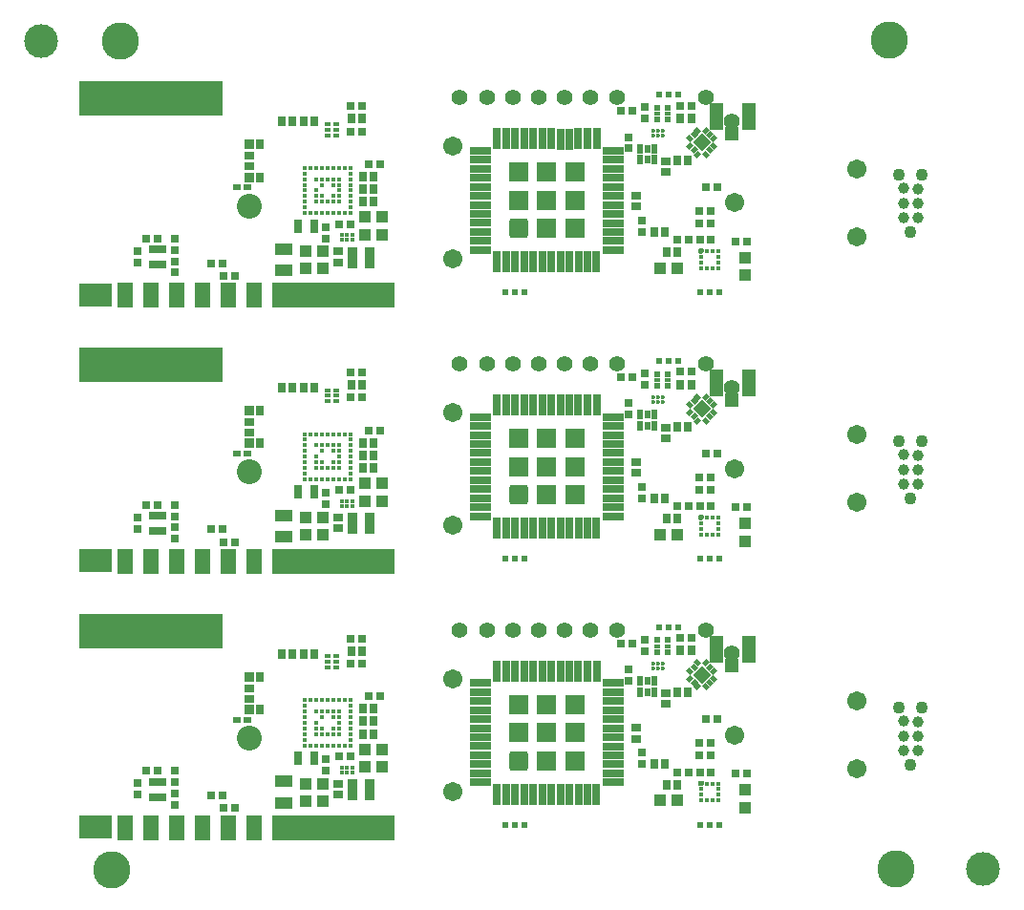
<source format=gbs>
G04*
G04 #@! TF.GenerationSoftware,Altium Limited,Altium Designer,19.1.8 (144)*
G04*
G04 Layer_Color=16711935*
%FSAX25Y25*%
%MOIN*%
G70*
G01*
G75*
%ADD35C,0.01575*%
%ADD73R,0.01968X0.01575*%
%ADD82C,0.11811*%
%ADD83R,0.02769X0.03162*%
%ADD84R,0.03320X0.03162*%
%ADD88R,0.03950X0.03950*%
%ADD92R,0.03162X0.02769*%
%ADD95R,0.03162X0.03320*%
%ADD96R,0.05918X0.04343*%
%ADD97C,0.13005*%
%ADD98C,0.02375*%
%ADD99C,0.05524*%
%ADD100C,0.04343*%
%ADD101C,0.06706*%
%ADD103R,0.11575X0.08228*%
%ADD104R,0.50268X0.12362*%
%ADD105R,0.03162X0.03753*%
G04:AMPARAMS|DCode=106|XSize=15.75mil|YSize=22.64mil|CornerRadius=0mil|HoleSize=0mil|Usage=FLASHONLY|Rotation=45.000|XOffset=0mil|YOffset=0mil|HoleType=Round|Shape=Rectangle|*
%AMROTATEDRECTD106*
4,1,4,0.00244,-0.01357,-0.01357,0.00244,-0.00244,0.01357,0.01357,-0.00244,0.00244,-0.01357,0.0*
%
%ADD106ROTATEDRECTD106*%

G04:AMPARAMS|DCode=107|XSize=15.75mil|YSize=22.64mil|CornerRadius=0mil|HoleSize=0mil|Usage=FLASHONLY|Rotation=315.000|XOffset=0mil|YOffset=0mil|HoleType=Round|Shape=Rectangle|*
%AMROTATEDRECTD107*
4,1,4,-0.01357,-0.00244,0.00244,0.01357,0.01357,0.00244,-0.00244,-0.01357,-0.01357,-0.00244,0.0*
%
%ADD107ROTATEDRECTD107*%

%ADD108P,0.06403X4X180.0*%
%ADD109R,0.02362X0.03347*%
%ADD110R,0.01981X0.02769*%
%ADD111R,0.02362X0.03197*%
%ADD112R,0.01890X0.02284*%
%ADD113C,0.03910*%
%ADD114C,0.01417*%
%ADD115R,0.06706X0.06706*%
G04:AMPARAMS|DCode=116|XSize=67.06mil|YSize=67.06mil|CornerRadius=9.91mil|HoleSize=0mil|Usage=FLASHONLY|Rotation=360.000|XOffset=0mil|YOffset=0mil|HoleType=Round|Shape=RoundedRectangle|*
%AMROUNDEDRECTD116*
21,1,0.06706,0.04724,0,0,360.0*
21,1,0.04724,0.06706,0,0,360.0*
1,1,0.01981,0.02362,-0.02362*
1,1,0.01981,-0.02362,-0.02362*
1,1,0.01981,-0.02362,0.02362*
1,1,0.01981,0.02362,0.02362*
%
%ADD116ROUNDEDRECTD116*%
%ADD117R,0.02769X0.07493*%
%ADD118R,0.07493X0.02769*%
%ADD119R,0.01772X0.01772*%
%ADD120R,0.01772X0.01772*%
%ADD121R,0.03241X0.03044*%
%ADD122R,0.04737X0.04737*%
%ADD123R,0.04737X0.09461*%
%ADD124R,0.04934X0.09461*%
%ADD125R,0.03950X0.03950*%
%ADD126R,0.42926X0.08674*%
%ADD127R,0.05524X0.08674*%
%ADD128R,0.03162X0.05131*%
%ADD129R,0.02165X0.01772*%
%ADD130R,0.01981X0.02572*%
%ADD131R,0.03556X0.07493*%
%ADD132R,0.03603X0.03044*%
%ADD133R,0.03044X0.03603*%
%ADD134R,0.02769X0.02375*%
%ADD135R,0.03603X0.03320*%
%ADD136R,0.03162X0.03603*%
%ADD137C,0.08674*%
G36*
X0356937Y0329847D02*
X0356962Y0329846D01*
X0356962Y0329846D01*
X0356962D01*
X0356987Y0329841D01*
X0357013Y0329836D01*
X0357013Y0329836D01*
X0357013Y0329836D01*
X0357032Y0329829D01*
X0357063Y0329819D01*
X0357063Y0329819D01*
X0357063Y0329819D01*
X0357084Y0329808D01*
X0357110Y0329796D01*
X0357110Y0329796D01*
X0357110Y0329796D01*
X0357127Y0329784D01*
X0357153Y0329766D01*
X0357153Y0329766D01*
X0357153Y0329766D01*
X0357165Y0329756D01*
X0357193Y0329732D01*
X0357193Y0329732D01*
X0357193Y0329732D01*
X0357217Y0329704D01*
X0357227Y0329692D01*
X0357227Y0329692D01*
X0357227Y0329692D01*
X0357245Y0329666D01*
X0357257Y0329649D01*
X0357257Y0329649D01*
X0357257Y0329649D01*
X0357269Y0329623D01*
X0357280Y0329602D01*
X0357280Y0329602D01*
X0357280Y0329602D01*
X0357290Y0329571D01*
X0357296Y0329552D01*
X0357296Y0329552D01*
X0357297Y0329552D01*
X0357302Y0329526D01*
X0357307Y0329501D01*
Y0329501D01*
X0357307Y0329501D01*
X0357308Y0329476D01*
X0357310Y0329448D01*
X0357310Y0328710D01*
Y0328710D01*
Y0328710D01*
X0357309Y0328683D01*
X0357307Y0328658D01*
X0357307Y0328658D01*
Y0328658D01*
X0357302Y0328633D01*
X0357297Y0328607D01*
X0357297Y0328607D01*
X0357297Y0328607D01*
X0357287Y0328578D01*
X0357280Y0328557D01*
X0357280Y0328557D01*
X0357280Y0328557D01*
X0357265Y0328527D01*
X0357257Y0328510D01*
X0357257Y0328510D01*
X0357257Y0328510D01*
X0357245Y0328492D01*
X0357228Y0328466D01*
X0357227Y0328466D01*
X0357227Y0328466D01*
X0357217Y0328454D01*
X0357193Y0328427D01*
X0357193Y0328427D01*
X0357193Y0328427D01*
X0356848Y0328082D01*
X0356848Y0328082D01*
X0356848Y0328082D01*
X0356809Y0328048D01*
X0356780Y0328028D01*
X0356765Y0328018D01*
X0356765Y0328018D01*
X0356764Y0328018D01*
X0356718Y0327995D01*
X0356716Y0327994D01*
X0356669Y0327978D01*
X0356638Y0327972D01*
X0356617Y0327968D01*
X0356565Y0327965D01*
X0356565D01*
X0355925Y0327965D01*
X0355873Y0327968D01*
X0355852Y0327972D01*
X0355821Y0327978D01*
X0355772Y0327995D01*
X0355725Y0328018D01*
X0355725Y0328018D01*
X0355710Y0328028D01*
X0355681Y0328048D01*
X0355642Y0328082D01*
X0355642Y0328082D01*
X0355642Y0328082D01*
X0355607Y0328122D01*
X0355588Y0328151D01*
X0355578Y0328165D01*
X0355578Y0328165D01*
X0355555Y0328212D01*
X0355538Y0328262D01*
X0355532Y0328293D01*
X0355528Y0328313D01*
X0355524Y0328366D01*
Y0329448D01*
X0355528Y0329501D01*
X0355538Y0329552D01*
X0355555Y0329602D01*
X0355578Y0329649D01*
X0355607Y0329692D01*
X0355642Y0329732D01*
X0355681Y0329766D01*
X0355725Y0329796D01*
X0355772Y0329819D01*
X0355821Y0329836D01*
X0355873Y0329846D01*
X0355925Y0329849D01*
X0356909D01*
X0356937Y0329847D01*
D02*
G37*
G36*
Y0236934D02*
X0356962Y0236932D01*
X0356962Y0236932D01*
X0356962D01*
X0356987Y0236927D01*
X0357013Y0236922D01*
X0357013Y0236922D01*
X0357013Y0236922D01*
X0357032Y0236916D01*
X0357063Y0236905D01*
X0357063Y0236905D01*
X0357063Y0236905D01*
X0357084Y0236895D01*
X0357110Y0236882D01*
X0357110Y0236882D01*
X0357110Y0236882D01*
X0357127Y0236870D01*
X0357153Y0236853D01*
X0357153Y0236853D01*
X0357153Y0236853D01*
X0357165Y0236843D01*
X0357193Y0236818D01*
X0357193Y0236818D01*
X0357193Y0236818D01*
X0357217Y0236791D01*
X0357227Y0236779D01*
X0357227Y0236779D01*
X0357227Y0236779D01*
X0357245Y0236753D01*
X0357257Y0236735D01*
X0357257Y0236735D01*
X0357257Y0236735D01*
X0357269Y0236710D01*
X0357280Y0236688D01*
X0357280Y0236688D01*
X0357280Y0236688D01*
X0357290Y0236657D01*
X0357296Y0236639D01*
X0357296Y0236639D01*
X0357297Y0236639D01*
X0357302Y0236613D01*
X0357307Y0236587D01*
Y0236587D01*
X0357307Y0236587D01*
X0357308Y0236562D01*
X0357310Y0236535D01*
X0357310Y0235797D01*
Y0235797D01*
Y0235797D01*
X0357309Y0235770D01*
X0357307Y0235745D01*
X0357307Y0235745D01*
Y0235745D01*
X0357302Y0235719D01*
X0357297Y0235693D01*
X0357297Y0235693D01*
X0357297Y0235693D01*
X0357287Y0235665D01*
X0357280Y0235644D01*
X0357280Y0235644D01*
X0357280Y0235643D01*
X0357265Y0235614D01*
X0357257Y0235596D01*
X0357257Y0235596D01*
X0357257Y0235596D01*
X0357245Y0235579D01*
X0357228Y0235553D01*
X0357227Y0235553D01*
X0357227Y0235553D01*
X0357217Y0235541D01*
X0357193Y0235513D01*
X0357193Y0235513D01*
X0357193Y0235513D01*
X0356848Y0235169D01*
X0356848Y0235169D01*
X0356848Y0235169D01*
X0356809Y0235134D01*
X0356780Y0235115D01*
X0356765Y0235105D01*
X0356765Y0235105D01*
X0356764Y0235104D01*
X0356718Y0235082D01*
X0356716Y0235081D01*
X0356669Y0235065D01*
X0356638Y0235059D01*
X0356617Y0235055D01*
X0356565Y0235051D01*
X0356565D01*
X0355925Y0235051D01*
X0355873Y0235055D01*
X0355852Y0235059D01*
X0355821Y0235065D01*
X0355772Y0235082D01*
X0355725Y0235105D01*
X0355725Y0235105D01*
X0355710Y0235115D01*
X0355681Y0235134D01*
X0355642Y0235169D01*
X0355642Y0235169D01*
X0355642Y0235169D01*
X0355607Y0235208D01*
X0355588Y0235237D01*
X0355578Y0235252D01*
X0355578Y0235252D01*
X0355555Y0235299D01*
X0355538Y0235349D01*
X0355532Y0235380D01*
X0355528Y0235400D01*
X0355524Y0235452D01*
Y0236535D01*
X0355528Y0236587D01*
X0355538Y0236639D01*
X0355555Y0236688D01*
X0355578Y0236735D01*
X0355607Y0236779D01*
X0355642Y0236818D01*
X0355681Y0236853D01*
X0355725Y0236882D01*
X0355772Y0236905D01*
X0355821Y0236922D01*
X0355873Y0236932D01*
X0355925Y0236936D01*
X0356909D01*
X0356937Y0236934D01*
D02*
G37*
G36*
Y0144021D02*
X0356962Y0144019D01*
X0356962Y0144019D01*
X0356962D01*
X0356987Y0144014D01*
X0357013Y0144009D01*
X0357013Y0144009D01*
X0357013Y0144009D01*
X0357032Y0144002D01*
X0357063Y0143992D01*
X0357063Y0143992D01*
X0357063Y0143992D01*
X0357084Y0143981D01*
X0357110Y0143969D01*
X0357110Y0143969D01*
X0357110Y0143969D01*
X0357127Y0143957D01*
X0357153Y0143940D01*
X0357153Y0143939D01*
X0357153Y0143939D01*
X0357165Y0143929D01*
X0357193Y0143905D01*
X0357193Y0143905D01*
X0357193Y0143905D01*
X0357217Y0143877D01*
X0357227Y0143866D01*
X0357227Y0143866D01*
X0357227Y0143866D01*
X0357245Y0143840D01*
X0357257Y0143822D01*
X0357257Y0143822D01*
X0357257Y0143822D01*
X0357269Y0143796D01*
X0357280Y0143775D01*
X0357280Y0143775D01*
X0357280Y0143775D01*
X0357290Y0143744D01*
X0357296Y0143725D01*
X0357296Y0143725D01*
X0357297Y0143725D01*
X0357302Y0143699D01*
X0357307Y0143674D01*
Y0143674D01*
X0357307Y0143674D01*
X0357308Y0143649D01*
X0357310Y0143622D01*
X0357310Y0142884D01*
Y0142884D01*
Y0142883D01*
X0357309Y0142856D01*
X0357307Y0142831D01*
X0357307Y0142831D01*
Y0142831D01*
X0357302Y0142806D01*
X0357297Y0142780D01*
X0357297Y0142780D01*
X0357297Y0142780D01*
X0357287Y0142752D01*
X0357280Y0142730D01*
X0357280Y0142730D01*
X0357280Y0142730D01*
X0357265Y0142700D01*
X0357257Y0142683D01*
X0357257Y0142683D01*
X0357257Y0142683D01*
X0357245Y0142665D01*
X0357228Y0142640D01*
X0357227Y0142639D01*
X0357227Y0142639D01*
X0357217Y0142628D01*
X0357193Y0142600D01*
X0357193Y0142600D01*
X0357193Y0142600D01*
X0356848Y0142255D01*
X0356848Y0142255D01*
X0356848Y0142255D01*
X0356809Y0142221D01*
X0356780Y0142201D01*
X0356765Y0142192D01*
X0356765Y0142192D01*
X0356764Y0142191D01*
X0356718Y0142168D01*
X0356716Y0142167D01*
X0356669Y0142152D01*
X0356638Y0142145D01*
X0356617Y0142141D01*
X0356565Y0142138D01*
X0356565D01*
X0355925Y0142138D01*
X0355873Y0142141D01*
X0355852Y0142146D01*
X0355821Y0142152D01*
X0355772Y0142168D01*
X0355725Y0142192D01*
X0355725Y0142192D01*
X0355710Y0142201D01*
X0355681Y0142221D01*
X0355642Y0142255D01*
X0355642Y0142255D01*
X0355642Y0142255D01*
X0355607Y0142295D01*
X0355588Y0142324D01*
X0355578Y0142338D01*
X0355578Y0142338D01*
X0355555Y0142385D01*
X0355538Y0142435D01*
X0355532Y0142466D01*
X0355528Y0142487D01*
X0355524Y0142539D01*
Y0143622D01*
X0355528Y0143674D01*
X0355538Y0143725D01*
X0355555Y0143775D01*
X0355578Y0143822D01*
X0355607Y0143866D01*
X0355642Y0143905D01*
X0355681Y0143939D01*
X0355725Y0143969D01*
X0355772Y0143992D01*
X0355821Y0144009D01*
X0355873Y0144019D01*
X0355925Y0144022D01*
X0356909D01*
X0356937Y0144021D01*
D02*
G37*
D35*
X0231102Y0148721D02*
D03*
X0232874D02*
D03*
X0234646D02*
D03*
X0231102Y0146949D02*
D03*
X0232874D02*
D03*
X0234646D02*
D03*
X0233937Y0156417D02*
D03*
Y0158386D02*
D03*
Y0160354D02*
D03*
Y0162323D02*
D03*
Y0164291D02*
D03*
Y0166260D02*
D03*
Y0168228D02*
D03*
Y0170197D02*
D03*
Y0172165D02*
D03*
X0218189Y0156417D02*
D03*
X0220158D02*
D03*
X0222126D02*
D03*
X0224095D02*
D03*
X0226063D02*
D03*
X0228031D02*
D03*
X0230000D02*
D03*
X0231968D02*
D03*
X0218189Y0158386D02*
D03*
Y0160354D02*
D03*
X0222126D02*
D03*
X0224095D02*
D03*
X0226063D02*
D03*
X0228031D02*
D03*
X0230000D02*
D03*
X0218189Y0162323D02*
D03*
X0222126D02*
D03*
X0224095D02*
D03*
X0228031D02*
D03*
X0230000D02*
D03*
X0218189Y0164291D02*
D03*
X0222126D02*
D03*
X0230000D02*
D03*
X0218189Y0166260D02*
D03*
X0224095D02*
D03*
X0228031D02*
D03*
X0230000D02*
D03*
X0218189Y0168228D02*
D03*
X0222126D02*
D03*
X0224095D02*
D03*
X0226063D02*
D03*
X0228031D02*
D03*
X0230000D02*
D03*
X0218189Y0170197D02*
D03*
Y0172165D02*
D03*
X0220158D02*
D03*
X0222126D02*
D03*
X0224095D02*
D03*
X0226063D02*
D03*
X0228031D02*
D03*
X0230000D02*
D03*
X0231968D02*
D03*
X0231102Y0241634D02*
D03*
X0232874D02*
D03*
X0234646D02*
D03*
X0231102Y0239862D02*
D03*
X0232874D02*
D03*
X0234646D02*
D03*
X0233937Y0249331D02*
D03*
Y0251299D02*
D03*
Y0253268D02*
D03*
Y0255236D02*
D03*
Y0257205D02*
D03*
Y0259173D02*
D03*
Y0261142D02*
D03*
Y0263110D02*
D03*
Y0265079D02*
D03*
X0218189Y0249331D02*
D03*
X0220158D02*
D03*
X0222126D02*
D03*
X0224095D02*
D03*
X0226063D02*
D03*
X0228031D02*
D03*
X0230000D02*
D03*
X0231968D02*
D03*
X0218189Y0251299D02*
D03*
Y0253268D02*
D03*
X0222126D02*
D03*
X0224095D02*
D03*
X0226063D02*
D03*
X0228031D02*
D03*
X0230000D02*
D03*
X0218189Y0255236D02*
D03*
X0222126D02*
D03*
X0224095D02*
D03*
X0228031D02*
D03*
X0230000D02*
D03*
X0218189Y0257205D02*
D03*
X0222126D02*
D03*
X0230000D02*
D03*
X0218189Y0259173D02*
D03*
X0224095D02*
D03*
X0228031D02*
D03*
X0230000D02*
D03*
X0218189Y0261142D02*
D03*
X0222126D02*
D03*
X0224095D02*
D03*
X0226063D02*
D03*
X0228031D02*
D03*
X0230000D02*
D03*
X0218189Y0263110D02*
D03*
Y0265079D02*
D03*
X0220158D02*
D03*
X0222126D02*
D03*
X0224095D02*
D03*
X0226063D02*
D03*
X0228031D02*
D03*
X0230000D02*
D03*
X0231968D02*
D03*
X0231102Y0334547D02*
D03*
X0232874D02*
D03*
X0234646D02*
D03*
X0231102Y0332776D02*
D03*
X0232874D02*
D03*
X0234646D02*
D03*
X0233937Y0342244D02*
D03*
Y0344213D02*
D03*
Y0346181D02*
D03*
Y0348150D02*
D03*
Y0350118D02*
D03*
Y0352087D02*
D03*
Y0354055D02*
D03*
Y0356024D02*
D03*
Y0357992D02*
D03*
X0218189Y0342244D02*
D03*
X0220158D02*
D03*
X0222126D02*
D03*
X0224095D02*
D03*
X0226063D02*
D03*
X0228031D02*
D03*
X0230000D02*
D03*
X0231968D02*
D03*
X0218189Y0344213D02*
D03*
Y0346181D02*
D03*
X0222126D02*
D03*
X0224095D02*
D03*
X0226063D02*
D03*
X0228031D02*
D03*
X0230000D02*
D03*
X0218189Y0348150D02*
D03*
X0222126D02*
D03*
X0224095D02*
D03*
X0228031D02*
D03*
X0230000D02*
D03*
X0218189Y0350118D02*
D03*
X0222126D02*
D03*
X0230000D02*
D03*
X0218189Y0352087D02*
D03*
X0224095D02*
D03*
X0228031D02*
D03*
X0230000D02*
D03*
X0218189Y0354055D02*
D03*
X0222126D02*
D03*
X0224095D02*
D03*
X0226063D02*
D03*
X0228031D02*
D03*
X0230000D02*
D03*
X0218189Y0356024D02*
D03*
Y0357992D02*
D03*
X0220158D02*
D03*
X0222126D02*
D03*
X0224095D02*
D03*
X0226063D02*
D03*
X0228031D02*
D03*
X0230000D02*
D03*
X0231968D02*
D03*
D73*
X0344921Y0376850D02*
D03*
X0340984D02*
D03*
X0344921Y0283937D02*
D03*
X0340984D02*
D03*
X0344921Y0191023D02*
D03*
X0340984D02*
D03*
D82*
X0454725Y0113189D02*
D03*
X0126181Y0402362D02*
D03*
D83*
X0368346Y0332362D02*
D03*
X0372283D02*
D03*
X0358110Y0351299D02*
D03*
X0362047D02*
D03*
X0359646Y0342952D02*
D03*
X0355709D02*
D03*
X0359646Y0338661D02*
D03*
X0355709D02*
D03*
X0349094Y0379684D02*
D03*
X0353031D02*
D03*
X0332401Y0377834D02*
D03*
X0328465D02*
D03*
X0359921Y0332913D02*
D03*
X0355984D02*
D03*
X0352008D02*
D03*
X0348071D02*
D03*
X0368346Y0239448D02*
D03*
X0372283D02*
D03*
X0358110Y0258385D02*
D03*
X0362047D02*
D03*
X0359646Y0250039D02*
D03*
X0355709D02*
D03*
X0359646Y0245747D02*
D03*
X0355709D02*
D03*
X0349094Y0286771D02*
D03*
X0353031D02*
D03*
X0332401Y0284921D02*
D03*
X0328465D02*
D03*
X0359921Y0240000D02*
D03*
X0355984D02*
D03*
X0352008D02*
D03*
X0348071D02*
D03*
X0368346Y0146535D02*
D03*
X0372283D02*
D03*
X0358110Y0165472D02*
D03*
X0362047D02*
D03*
X0359646Y0157125D02*
D03*
X0355709D02*
D03*
X0359646Y0152834D02*
D03*
X0355709D02*
D03*
X0349094Y0193858D02*
D03*
X0353031D02*
D03*
X0332401Y0192007D02*
D03*
X0328465D02*
D03*
X0359921Y0147086D02*
D03*
X0355984D02*
D03*
X0352008D02*
D03*
X0348071D02*
D03*
X0230000Y0152559D02*
D03*
X0233937D02*
D03*
X0238172Y0184919D02*
D03*
X0234235D02*
D03*
X0234245Y0193669D02*
D03*
X0238182D02*
D03*
X0166732Y0147441D02*
D03*
X0162795D02*
D03*
X0244291Y0173425D02*
D03*
X0240354D02*
D03*
X0189803Y0134488D02*
D03*
X0193740D02*
D03*
X0185354Y0138858D02*
D03*
X0189291D02*
D03*
X0230000Y0245473D02*
D03*
X0233937D02*
D03*
X0238172Y0277832D02*
D03*
X0234235D02*
D03*
X0234245Y0286582D02*
D03*
X0238182D02*
D03*
X0166732Y0240354D02*
D03*
X0162795D02*
D03*
X0244291Y0266339D02*
D03*
X0240354D02*
D03*
X0189803Y0227402D02*
D03*
X0193740D02*
D03*
X0185354Y0231772D02*
D03*
X0189291D02*
D03*
X0230000Y0338386D02*
D03*
X0233937D02*
D03*
X0238172Y0370746D02*
D03*
X0234235D02*
D03*
X0234245Y0379496D02*
D03*
X0238182D02*
D03*
X0166732Y0333268D02*
D03*
X0162795D02*
D03*
X0244291Y0359252D02*
D03*
X0240354D02*
D03*
X0189803Y0320315D02*
D03*
X0193740D02*
D03*
X0185354Y0324685D02*
D03*
X0189291D02*
D03*
D84*
X0333779Y0344527D02*
D03*
Y0348307D02*
D03*
Y0251614D02*
D03*
Y0255393D02*
D03*
Y0158700D02*
D03*
Y0162480D02*
D03*
X0229764Y0139252D02*
D03*
Y0143032D02*
D03*
Y0232165D02*
D03*
Y0235945D02*
D03*
Y0325079D02*
D03*
Y0328858D02*
D03*
D88*
X0371811Y0326732D02*
D03*
Y0320433D02*
D03*
Y0233818D02*
D03*
Y0227519D02*
D03*
Y0140905D02*
D03*
Y0134606D02*
D03*
X0218268Y0142953D02*
D03*
Y0137047D02*
D03*
X0224370Y0142992D02*
D03*
Y0137087D02*
D03*
X0218268Y0235866D02*
D03*
Y0229961D02*
D03*
X0224370Y0235906D02*
D03*
Y0230000D02*
D03*
X0218268Y0328780D02*
D03*
Y0322874D02*
D03*
X0224370Y0328819D02*
D03*
Y0322914D02*
D03*
D92*
X0335748Y0339606D02*
D03*
Y0335669D02*
D03*
X0330984Y0368700D02*
D03*
Y0364763D02*
D03*
X0336653Y0375157D02*
D03*
Y0379094D02*
D03*
X0335748Y0246692D02*
D03*
Y0242755D02*
D03*
X0330984Y0275787D02*
D03*
Y0271850D02*
D03*
X0336653Y0282244D02*
D03*
Y0286181D02*
D03*
X0335748Y0153779D02*
D03*
Y0149842D02*
D03*
X0330984Y0182873D02*
D03*
Y0178936D02*
D03*
X0336653Y0189330D02*
D03*
Y0193267D02*
D03*
X0172638Y0143504D02*
D03*
Y0147441D02*
D03*
Y0135630D02*
D03*
Y0139567D02*
D03*
X0159646Y0139173D02*
D03*
Y0143110D02*
D03*
X0225494Y0151513D02*
D03*
Y0147575D02*
D03*
X0172638Y0236417D02*
D03*
Y0240354D02*
D03*
Y0228543D02*
D03*
Y0232480D02*
D03*
X0159646Y0232087D02*
D03*
Y0236024D02*
D03*
X0225494Y0244426D02*
D03*
Y0240489D02*
D03*
X0172638Y0329331D02*
D03*
Y0333268D02*
D03*
Y0321457D02*
D03*
Y0325394D02*
D03*
X0159646Y0325000D02*
D03*
Y0328937D02*
D03*
X0225494Y0337339D02*
D03*
Y0333402D02*
D03*
D95*
X0340079Y0335669D02*
D03*
X0343858D02*
D03*
X0348110Y0328503D02*
D03*
X0344331D02*
D03*
X0352953Y0375275D02*
D03*
X0349173D02*
D03*
X0340079Y0242755D02*
D03*
X0343858D02*
D03*
X0348110Y0235590D02*
D03*
X0344331D02*
D03*
X0352953Y0282362D02*
D03*
X0349173D02*
D03*
X0340079Y0149842D02*
D03*
X0343858D02*
D03*
X0348110Y0142677D02*
D03*
X0344331D02*
D03*
X0352953Y0189448D02*
D03*
X0349173D02*
D03*
X0242165Y0164764D02*
D03*
X0238386D02*
D03*
X0242165Y0169095D02*
D03*
X0238386D02*
D03*
X0242165Y0160354D02*
D03*
X0238386D02*
D03*
X0202418Y0168858D02*
D03*
Y0180276D02*
D03*
X0238233Y0189339D02*
D03*
X0234454D02*
D03*
X0242165Y0257677D02*
D03*
X0238386D02*
D03*
X0242165Y0262008D02*
D03*
X0238386D02*
D03*
X0242165Y0253268D02*
D03*
X0238386D02*
D03*
X0202418Y0261772D02*
D03*
Y0273189D02*
D03*
X0238233Y0282252D02*
D03*
X0234454D02*
D03*
X0242165Y0350591D02*
D03*
X0238386D02*
D03*
X0242165Y0354921D02*
D03*
X0238386D02*
D03*
X0242165Y0346181D02*
D03*
X0238386D02*
D03*
X0202418Y0354685D02*
D03*
Y0366103D02*
D03*
X0238233Y0375166D02*
D03*
X0234454D02*
D03*
D96*
X0210787Y0136339D02*
D03*
Y0143819D02*
D03*
Y0229252D02*
D03*
Y0236732D02*
D03*
Y0322165D02*
D03*
Y0329646D02*
D03*
D97*
X0424410Y0113189D02*
D03*
X0422244Y0402559D02*
D03*
X0150787Y0112992D02*
D03*
X0153740Y0402362D02*
D03*
D98*
X0356102Y0314566D02*
D03*
X0359449D02*
D03*
X0362795D02*
D03*
X0288189D02*
D03*
X0294882D02*
D03*
X0348583Y0383464D02*
D03*
X0345236D02*
D03*
X0341890D02*
D03*
X0291535Y0314566D02*
D03*
X0356102Y0221653D02*
D03*
X0359449D02*
D03*
X0362795D02*
D03*
X0288189D02*
D03*
X0294882D02*
D03*
X0348583Y0290551D02*
D03*
X0345236D02*
D03*
X0341890D02*
D03*
X0291535Y0221653D02*
D03*
X0356102Y0128740D02*
D03*
X0359449D02*
D03*
X0362795D02*
D03*
X0288189D02*
D03*
X0294882D02*
D03*
X0348583Y0197637D02*
D03*
X0345236D02*
D03*
X0341890D02*
D03*
X0291535Y0128740D02*
D03*
D99*
X0358239Y0382480D02*
D03*
X0367244Y0374330D02*
D03*
X0326991Y0382480D02*
D03*
X0317917D02*
D03*
X0308869D02*
D03*
X0299822D02*
D03*
X0290748D02*
D03*
X0272239D02*
D03*
X0281690D02*
D03*
X0358239Y0289566D02*
D03*
X0367244Y0281417D02*
D03*
X0326991Y0289566D02*
D03*
X0317917D02*
D03*
X0308869D02*
D03*
X0299822D02*
D03*
X0290748D02*
D03*
X0272239D02*
D03*
X0281690D02*
D03*
X0358239Y0196653D02*
D03*
X0367244Y0188503D02*
D03*
X0326991Y0196653D02*
D03*
X0317917D02*
D03*
X0308869D02*
D03*
X0299822D02*
D03*
X0290748D02*
D03*
X0272239D02*
D03*
X0281690D02*
D03*
D100*
X0429587Y0335551D02*
D03*
X0433587Y0355551D02*
D03*
X0425587D02*
D03*
X0429587Y0242637D02*
D03*
X0433587Y0262637D02*
D03*
X0425587D02*
D03*
X0429587Y0149724D02*
D03*
X0433587Y0169724D02*
D03*
X0425587D02*
D03*
D101*
X0368110Y0345866D02*
D03*
X0269701Y0365551D02*
D03*
Y0326181D02*
D03*
X0410827Y0357677D02*
D03*
Y0334055D02*
D03*
X0368110Y0252952D02*
D03*
X0269701Y0272637D02*
D03*
Y0233267D02*
D03*
X0410827Y0264763D02*
D03*
Y0241141D02*
D03*
X0368110Y0160039D02*
D03*
X0269701Y0179724D02*
D03*
Y0140354D02*
D03*
X0410827Y0171850D02*
D03*
Y0148228D02*
D03*
D103*
X0144961Y0127925D02*
D03*
Y0220838D02*
D03*
Y0313752D02*
D03*
D104*
X0164307Y0196378D02*
D03*
Y0289291D02*
D03*
Y0382205D02*
D03*
D105*
X0348149Y0360669D02*
D03*
X0351929D02*
D03*
X0348149Y0267755D02*
D03*
X0351929D02*
D03*
X0348149Y0174842D02*
D03*
X0351929D02*
D03*
D106*
X0352447Y0368194D02*
D03*
X0353936Y0369489D02*
D03*
X0355230Y0370978D02*
D03*
X0360782Y0365427D02*
D03*
X0359292Y0364132D02*
D03*
X0357998Y0362643D02*
D03*
X0352447Y0275281D02*
D03*
X0353936Y0276575D02*
D03*
X0355230Y0278065D02*
D03*
X0360782Y0272514D02*
D03*
X0359292Y0271219D02*
D03*
X0357998Y0269730D02*
D03*
X0352447Y0182367D02*
D03*
X0353936Y0183662D02*
D03*
X0355230Y0185151D02*
D03*
X0360782Y0179600D02*
D03*
X0359292Y0178306D02*
D03*
X0357998Y0176816D02*
D03*
D107*
X0357999Y0370979D02*
D03*
X0359294Y0369490D02*
D03*
X0360783Y0368196D02*
D03*
X0355230Y0362643D02*
D03*
X0353936Y0364132D02*
D03*
X0352447Y0365427D02*
D03*
X0357999Y0278066D02*
D03*
X0359294Y0276577D02*
D03*
X0360783Y0275282D02*
D03*
X0355230Y0269730D02*
D03*
X0353936Y0271219D02*
D03*
X0352447Y0272514D02*
D03*
X0357999Y0185153D02*
D03*
X0359294Y0183663D02*
D03*
X0360783Y0182369D02*
D03*
X0355230Y0176816D02*
D03*
X0353936Y0178306D02*
D03*
X0352447Y0179600D02*
D03*
D108*
X0356614Y0366810D02*
D03*
Y0273897D02*
D03*
Y0180984D02*
D03*
D109*
X0335079Y0360807D02*
D03*
Y0267893D02*
D03*
Y0174980D02*
D03*
D110*
X0337638Y0360807D02*
D03*
Y0364744D02*
D03*
Y0267893D02*
D03*
Y0271830D02*
D03*
Y0174980D02*
D03*
Y0178917D02*
D03*
D111*
X0340197Y0360807D02*
D03*
X0335079Y0364744D02*
D03*
X0340197D02*
D03*
Y0267893D02*
D03*
X0335079Y0271830D02*
D03*
X0340197D02*
D03*
Y0174980D02*
D03*
X0335079Y0178917D02*
D03*
X0340197D02*
D03*
D112*
X0344921Y0374763D02*
D03*
Y0378937D02*
D03*
X0340984Y0374763D02*
D03*
Y0378937D02*
D03*
X0344921Y0281850D02*
D03*
Y0286023D02*
D03*
X0340984Y0281850D02*
D03*
Y0286023D02*
D03*
X0344921Y0188936D02*
D03*
Y0193110D02*
D03*
X0340984Y0188936D02*
D03*
Y0193110D02*
D03*
D113*
X0427086Y0340551D02*
D03*
X0432087D02*
D03*
X0427086Y0345551D02*
D03*
X0432087D02*
D03*
X0427086Y0350866D02*
D03*
X0432087Y0350551D02*
D03*
X0427086Y0247637D02*
D03*
X0432087D02*
D03*
X0427086Y0252637D02*
D03*
X0432087D02*
D03*
X0427086Y0257952D02*
D03*
X0432087Y0257637D02*
D03*
X0427086Y0154724D02*
D03*
X0432087D02*
D03*
X0427086Y0159724D02*
D03*
X0432087D02*
D03*
X0427086Y0165039D02*
D03*
X0432087Y0164724D02*
D03*
D114*
X0343149Y0369114D02*
D03*
Y0370885D02*
D03*
X0341378Y0369114D02*
D03*
Y0370885D02*
D03*
X0339606Y0369114D02*
D03*
Y0370885D02*
D03*
X0343149Y0276200D02*
D03*
Y0277972D02*
D03*
X0341378Y0276200D02*
D03*
Y0277972D02*
D03*
X0339606Y0276200D02*
D03*
Y0277972D02*
D03*
X0343149Y0183287D02*
D03*
Y0185058D02*
D03*
X0341378Y0183287D02*
D03*
Y0185058D02*
D03*
X0339606Y0183287D02*
D03*
Y0185058D02*
D03*
D115*
X0312409Y0356476D02*
D03*
X0302567D02*
D03*
X0292626D02*
D03*
X0312409Y0346633D02*
D03*
X0302567D02*
D03*
X0292724D02*
D03*
X0312409Y0336791D02*
D03*
X0302567Y0336791D02*
D03*
X0312409Y0263562D02*
D03*
X0302567D02*
D03*
X0292626D02*
D03*
X0312409Y0253720D02*
D03*
X0302567D02*
D03*
X0292724D02*
D03*
X0312409Y0243877D02*
D03*
X0302567Y0243877D02*
D03*
X0312409Y0170649D02*
D03*
X0302567D02*
D03*
X0292626D02*
D03*
X0312409Y0160807D02*
D03*
X0302567D02*
D03*
X0292724D02*
D03*
X0312409Y0150964D02*
D03*
X0302567Y0150964D02*
D03*
D116*
X0292724Y0336791D02*
D03*
Y0243877D02*
D03*
Y0150964D02*
D03*
D117*
X0285236Y0325157D02*
D03*
X0288425D02*
D03*
X0291575D02*
D03*
X0294724D02*
D03*
X0297874D02*
D03*
X0301024D02*
D03*
X0304173D02*
D03*
X0307323D02*
D03*
X0310472D02*
D03*
X0313622D02*
D03*
X0316732D02*
D03*
X0319921D02*
D03*
X0320079Y0368090D02*
D03*
X0316768Y0368090D02*
D03*
X0313591D02*
D03*
X0310441Y0368086D02*
D03*
X0307291Y0368086D02*
D03*
X0304142Y0368090D02*
D03*
X0300992D02*
D03*
X0297842Y0368090D02*
D03*
X0294693Y0368090D02*
D03*
X0291543Y0368090D02*
D03*
X0288394D02*
D03*
X0285236D02*
D03*
Y0232244D02*
D03*
X0288425D02*
D03*
X0291575D02*
D03*
X0294724D02*
D03*
X0297874D02*
D03*
X0301024D02*
D03*
X0304173D02*
D03*
X0307323D02*
D03*
X0310472D02*
D03*
X0313622D02*
D03*
X0316732D02*
D03*
X0319921D02*
D03*
X0320079Y0275177D02*
D03*
X0316768Y0275177D02*
D03*
X0313591D02*
D03*
X0310441Y0275173D02*
D03*
X0307291Y0275173D02*
D03*
X0304142Y0275177D02*
D03*
X0300992D02*
D03*
X0297842Y0275177D02*
D03*
X0294693Y0275177D02*
D03*
X0291543Y0275177D02*
D03*
X0288394D02*
D03*
X0285236D02*
D03*
Y0139330D02*
D03*
X0288425D02*
D03*
X0291575D02*
D03*
X0294724D02*
D03*
X0297874D02*
D03*
X0301024D02*
D03*
X0304173D02*
D03*
X0307323D02*
D03*
X0310472D02*
D03*
X0313622D02*
D03*
X0316732D02*
D03*
X0319921D02*
D03*
X0320079Y0182263D02*
D03*
X0316768Y0182263D02*
D03*
X0313591D02*
D03*
X0310441Y0182259D02*
D03*
X0307291Y0182259D02*
D03*
X0304142Y0182263D02*
D03*
X0300992D02*
D03*
X0297842Y0182263D02*
D03*
X0294693Y0182263D02*
D03*
X0291543Y0182263D02*
D03*
X0288394D02*
D03*
X0285236D02*
D03*
D118*
X0325787Y0329291D02*
D03*
Y0332440D02*
D03*
Y0335629D02*
D03*
Y0338740D02*
D03*
Y0341889D02*
D03*
Y0345078D02*
D03*
X0325795Y0348208D02*
D03*
X0325795Y0351358D02*
D03*
X0325795Y0354507D02*
D03*
X0325795Y0357645D02*
D03*
X0325795Y0360803D02*
D03*
Y0363956D02*
D03*
X0279331Y0363936D02*
D03*
Y0360826D02*
D03*
Y0357637D02*
D03*
Y0354527D02*
D03*
Y0351377D02*
D03*
Y0348188D02*
D03*
Y0345078D02*
D03*
Y0341929D02*
D03*
Y0338779D02*
D03*
Y0335629D02*
D03*
Y0332440D02*
D03*
Y0329291D02*
D03*
X0325787Y0236377D02*
D03*
Y0239527D02*
D03*
Y0242716D02*
D03*
Y0245826D02*
D03*
Y0248976D02*
D03*
Y0252165D02*
D03*
X0325795Y0255295D02*
D03*
X0325795Y0258444D02*
D03*
X0325795Y0261594D02*
D03*
X0325795Y0264732D02*
D03*
X0325795Y0267889D02*
D03*
Y0271043D02*
D03*
X0279331Y0271023D02*
D03*
Y0267913D02*
D03*
Y0264724D02*
D03*
Y0261614D02*
D03*
Y0258464D02*
D03*
Y0255275D02*
D03*
Y0252165D02*
D03*
Y0249015D02*
D03*
Y0245866D02*
D03*
Y0242716D02*
D03*
Y0239527D02*
D03*
Y0236377D02*
D03*
X0325787Y0143464D02*
D03*
Y0146614D02*
D03*
Y0149803D02*
D03*
Y0152913D02*
D03*
Y0156062D02*
D03*
Y0159251D02*
D03*
X0325795Y0162381D02*
D03*
X0325795Y0165531D02*
D03*
X0325795Y0168681D02*
D03*
X0325795Y0171818D02*
D03*
X0325795Y0174976D02*
D03*
Y0178129D02*
D03*
X0279331Y0178110D02*
D03*
Y0174999D02*
D03*
Y0171810D02*
D03*
Y0168700D02*
D03*
Y0165551D02*
D03*
Y0162362D02*
D03*
Y0159251D02*
D03*
Y0156102D02*
D03*
Y0152952D02*
D03*
Y0149803D02*
D03*
Y0146614D02*
D03*
Y0143464D02*
D03*
D119*
X0356417Y0328897D02*
D03*
X0358386D02*
D03*
X0360354D02*
D03*
X0362323D02*
D03*
Y0322992D02*
D03*
X0360354D02*
D03*
X0358386D02*
D03*
X0356417D02*
D03*
Y0235984D02*
D03*
X0358386D02*
D03*
X0360354D02*
D03*
X0362323D02*
D03*
Y0230078D02*
D03*
X0360354D02*
D03*
X0358386D02*
D03*
X0356417D02*
D03*
Y0143070D02*
D03*
X0358386D02*
D03*
X0360354D02*
D03*
X0362323D02*
D03*
Y0137165D02*
D03*
X0360354D02*
D03*
X0358386D02*
D03*
X0356417D02*
D03*
D120*
X0362323Y0326929D02*
D03*
X0362323Y0324960D02*
D03*
X0356417D02*
D03*
Y0326929D02*
D03*
X0362323Y0234015D02*
D03*
X0362323Y0232047D02*
D03*
X0356417D02*
D03*
Y0234015D02*
D03*
X0362323Y0141102D02*
D03*
X0362323Y0139133D02*
D03*
X0356417D02*
D03*
Y0141102D02*
D03*
D121*
X0343937Y0356614D02*
D03*
Y0360314D02*
D03*
Y0263700D02*
D03*
Y0267401D02*
D03*
Y0170787D02*
D03*
Y0174488D02*
D03*
D122*
X0367126Y0369968D02*
D03*
Y0277055D02*
D03*
Y0184141D02*
D03*
D123*
X0361713Y0375873D02*
D03*
Y0282960D02*
D03*
Y0190047D02*
D03*
D124*
X0372933Y0375873D02*
D03*
Y0282960D02*
D03*
Y0190047D02*
D03*
D125*
X0342205Y0322992D02*
D03*
X0348110D02*
D03*
X0342205Y0230078D02*
D03*
X0348110D02*
D03*
X0342205Y0137165D02*
D03*
X0348110D02*
D03*
X0239252Y0155000D02*
D03*
X0245158D02*
D03*
X0239213Y0148819D02*
D03*
X0245118D02*
D03*
X0239252Y0247914D02*
D03*
X0245158D02*
D03*
X0239213Y0241732D02*
D03*
X0245118D02*
D03*
X0239252Y0340827D02*
D03*
X0245158D02*
D03*
X0239213Y0334646D02*
D03*
X0245118D02*
D03*
D126*
X0227957Y0127756D02*
D03*
Y0220669D02*
D03*
Y0313583D02*
D03*
D127*
X0155315Y0127756D02*
D03*
X0164370D02*
D03*
X0173425D02*
D03*
X0182480D02*
D03*
X0191535D02*
D03*
X0200591D02*
D03*
X0155315Y0220669D02*
D03*
X0164370D02*
D03*
X0173425D02*
D03*
X0182480D02*
D03*
X0191535D02*
D03*
X0200591D02*
D03*
X0155315Y0313583D02*
D03*
X0164370D02*
D03*
X0173425D02*
D03*
X0182480D02*
D03*
X0191535D02*
D03*
X0200591D02*
D03*
D128*
X0221378Y0151850D02*
D03*
X0215866D02*
D03*
X0221378Y0244764D02*
D03*
X0215866D02*
D03*
X0221378Y0337677D02*
D03*
X0215866D02*
D03*
D129*
X0229158Y0183550D02*
D03*
Y0185519D02*
D03*
Y0187487D02*
D03*
X0226008D02*
D03*
Y0185519D02*
D03*
Y0183550D02*
D03*
X0229158Y0276464D02*
D03*
Y0278432D02*
D03*
Y0280401D02*
D03*
X0226008D02*
D03*
Y0278432D02*
D03*
Y0276464D02*
D03*
X0229158Y0369377D02*
D03*
Y0371346D02*
D03*
Y0373314D02*
D03*
X0226008D02*
D03*
Y0371346D02*
D03*
Y0369377D02*
D03*
D130*
X0164803Y0138366D02*
D03*
X0166772D02*
D03*
X0168740D02*
D03*
X0164803Y0143681D02*
D03*
X0166772D02*
D03*
X0168740D02*
D03*
X0164803Y0231280D02*
D03*
X0166772D02*
D03*
X0168740D02*
D03*
X0164803Y0236595D02*
D03*
X0166772D02*
D03*
X0168740D02*
D03*
X0164803Y0324193D02*
D03*
X0166772D02*
D03*
X0168740D02*
D03*
X0164803Y0329508D02*
D03*
X0166772D02*
D03*
X0168740D02*
D03*
D131*
X0234606Y0140852D02*
D03*
X0240905D02*
D03*
X0234606Y0233766D02*
D03*
X0240905D02*
D03*
X0234606Y0326679D02*
D03*
X0240905D02*
D03*
D132*
X0198641Y0176417D02*
D03*
Y0172717D02*
D03*
Y0269331D02*
D03*
Y0265630D02*
D03*
Y0362244D02*
D03*
Y0358543D02*
D03*
D133*
X0221595Y0188335D02*
D03*
X0217894D02*
D03*
X0221595Y0281248D02*
D03*
X0217894D02*
D03*
X0221595Y0374162D02*
D03*
X0217894D02*
D03*
D134*
X0198228Y0165354D02*
D03*
X0194291D02*
D03*
X0198228Y0258268D02*
D03*
X0194291D02*
D03*
X0198228Y0351181D02*
D03*
X0194291D02*
D03*
D135*
X0198638Y0168858D02*
D03*
Y0180276D02*
D03*
Y0261772D02*
D03*
Y0273189D02*
D03*
Y0354685D02*
D03*
Y0366103D02*
D03*
D136*
X0213722Y0188336D02*
D03*
X0209942D02*
D03*
X0213722Y0281250D02*
D03*
X0209942D02*
D03*
X0213722Y0374163D02*
D03*
X0209942D02*
D03*
D137*
X0198622Y0158858D02*
D03*
Y0251772D02*
D03*
Y0344685D02*
D03*
M02*

</source>
